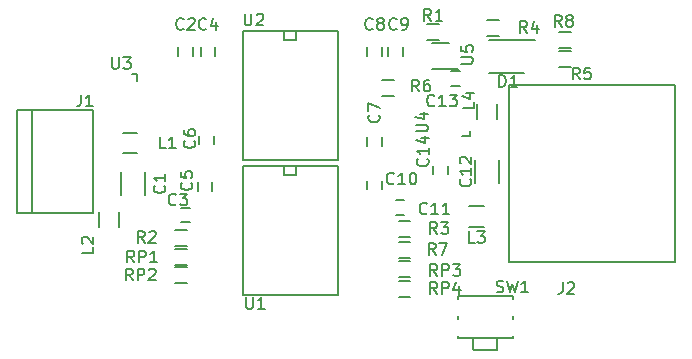
<source format=gto>
G04 #@! TF.FileFunction,Legend,Top*
%FSLAX46Y46*%
G04 Gerber Fmt 4.6, Leading zero omitted, Abs format (unit mm)*
G04 Created by KiCad (PCBNEW (after 2015-mar-04 BZR unknown)-product) date 15.06.2015 13:23:24*
%MOMM*%
G01*
G04 APERTURE LIST*
%ADD10C,0.100000*%
%ADD11C,0.150000*%
G04 APERTURE END LIST*
D10*
D11*
X118753000Y-105751000D02*
X119753000Y-105751000D01*
X119753000Y-107101000D02*
X118753000Y-107101000D01*
X125667000Y-110871000D02*
X139764000Y-110871000D01*
X139764000Y-125857000D02*
X125667000Y-125857000D01*
X125667000Y-110871000D02*
X125667000Y-125857000D01*
X139764000Y-110871000D02*
X139764000Y-125857000D01*
X103188000Y-117729000D02*
X111189000Y-117729000D01*
X111189000Y-128651000D02*
X103188000Y-128651000D01*
X111189000Y-117729000D02*
X111189000Y-128651000D01*
X103188000Y-128651000D02*
X103188000Y-117729000D01*
X107633000Y-117729000D02*
X107633000Y-118491000D01*
X107633000Y-118491000D02*
X106617000Y-118491000D01*
X106617000Y-118491000D02*
X106617000Y-117729000D01*
X103188000Y-106299000D02*
X111189000Y-106299000D01*
X111189000Y-117221000D02*
X103188000Y-117221000D01*
X111189000Y-106299000D02*
X111189000Y-117221000D01*
X103188000Y-117221000D02*
X103188000Y-106299000D01*
X107633000Y-106299000D02*
X107633000Y-107061000D01*
X107633000Y-107061000D02*
X106617000Y-107061000D01*
X106617000Y-107061000D02*
X106617000Y-106299000D01*
X98898000Y-107727000D02*
X98898000Y-108427000D01*
X97698000Y-108427000D02*
X97698000Y-107727000D01*
X98648000Y-122520000D02*
X97948000Y-122520000D01*
X97948000Y-121320000D02*
X98648000Y-121320000D01*
X100803000Y-107727000D02*
X100803000Y-108427000D01*
X99603000Y-108427000D02*
X99603000Y-107727000D01*
X100549000Y-119157000D02*
X100549000Y-119857000D01*
X99349000Y-119857000D02*
X99349000Y-119157000D01*
X100676000Y-115220000D02*
X100676000Y-115920000D01*
X99476000Y-115920000D02*
X99476000Y-115220000D01*
X114900000Y-115347000D02*
X114900000Y-116047000D01*
X113700000Y-116047000D02*
X113700000Y-115347000D01*
X114900000Y-107727000D02*
X114900000Y-108427000D01*
X113700000Y-108427000D02*
X113700000Y-107727000D01*
X97417000Y-123150000D02*
X98417000Y-123150000D01*
X98417000Y-124500000D02*
X97417000Y-124500000D01*
X116340000Y-122388000D02*
X117340000Y-122388000D01*
X117340000Y-123738000D02*
X116340000Y-123738000D01*
X123833000Y-105370000D02*
X124833000Y-105370000D01*
X124833000Y-106720000D02*
X123833000Y-106720000D01*
X129929000Y-108037000D02*
X130929000Y-108037000D01*
X130929000Y-109387000D02*
X129929000Y-109387000D01*
X114943000Y-110450000D02*
X115943000Y-110450000D01*
X115943000Y-111800000D02*
X114943000Y-111800000D01*
X117340000Y-125516000D02*
X116340000Y-125516000D01*
X116340000Y-124166000D02*
X117340000Y-124166000D01*
X129929000Y-106386000D02*
X130929000Y-106386000D01*
X130929000Y-107736000D02*
X129929000Y-107736000D01*
X121348500Y-130746500D02*
X121348500Y-130429000D01*
X126047500Y-130746500D02*
X126047500Y-130429000D01*
X126047500Y-132270500D02*
X126047500Y-132143500D01*
X121348500Y-132270500D02*
X121348500Y-132143500D01*
X121348500Y-129032000D02*
X121348500Y-128841500D01*
X126047500Y-128841500D02*
X126047500Y-129032000D01*
X122682000Y-133286500D02*
X122682000Y-132334000D01*
X124714000Y-133286500D02*
X124714000Y-132334000D01*
X122698000Y-133306000D02*
X124698000Y-133306000D01*
X121348000Y-128806000D02*
X126048000Y-128806000D01*
X121348000Y-132306000D02*
X126048000Y-132306000D01*
X116678000Y-107727000D02*
X116678000Y-108427000D01*
X115478000Y-108427000D02*
X115478000Y-107727000D01*
X114900000Y-119030000D02*
X114900000Y-119730000D01*
X113700000Y-119730000D02*
X113700000Y-119030000D01*
X116109000Y-120685000D02*
X116809000Y-120685000D01*
X116809000Y-121885000D02*
X116109000Y-121885000D01*
X120808000Y-109763000D02*
X121508000Y-109763000D01*
X121508000Y-110963000D02*
X120808000Y-110963000D01*
X126976000Y-109858000D02*
X123976000Y-109858000D01*
X127876000Y-107058000D02*
X123976000Y-107058000D01*
X94199000Y-116699000D02*
X92999000Y-116699000D01*
X92999000Y-114949000D02*
X94199000Y-114949000D01*
X90946000Y-122901000D02*
X90946000Y-121701000D01*
X92696000Y-121701000D02*
X92696000Y-122901000D01*
X123536000Y-122922000D02*
X122336000Y-122922000D01*
X122336000Y-121172000D02*
X123536000Y-121172000D01*
X122950000Y-113757000D02*
X122950000Y-112557000D01*
X124700000Y-112557000D02*
X124700000Y-113757000D01*
X97417000Y-124801000D02*
X98417000Y-124801000D01*
X98417000Y-126151000D02*
X97417000Y-126151000D01*
X97417000Y-126325000D02*
X98417000Y-126325000D01*
X98417000Y-127675000D02*
X97417000Y-127675000D01*
X116340000Y-125817000D02*
X117340000Y-125817000D01*
X117340000Y-127167000D02*
X116340000Y-127167000D01*
X116340000Y-127468000D02*
X117340000Y-127468000D01*
X117340000Y-128818000D02*
X116340000Y-128818000D01*
X94167960Y-110599220D02*
X94167960Y-109989620D01*
X94167960Y-109989620D02*
X93736160Y-109979460D01*
X121749820Y-115265200D02*
X122359420Y-115265200D01*
X122359420Y-115265200D02*
X122369580Y-114833400D01*
X120613000Y-107358000D02*
X119163000Y-107358000D01*
X121338000Y-109558000D02*
X119163000Y-109558000D01*
X84066540Y-113060600D02*
X84066540Y-121760600D01*
X90471540Y-113060600D02*
X90471540Y-121760600D01*
X90471540Y-121760600D02*
X84066540Y-121760600D01*
X85296540Y-121760600D02*
X85296540Y-113060600D01*
X84066540Y-113060600D02*
X90471540Y-113060600D01*
X94878000Y-120253000D02*
X94878000Y-118253000D01*
X92828000Y-118253000D02*
X92828000Y-120253000D01*
X122800000Y-117237000D02*
X122800000Y-119237000D01*
X124850000Y-119237000D02*
X124850000Y-117237000D01*
X119288000Y-118460000D02*
X119288000Y-117760000D01*
X120488000Y-117760000D02*
X120488000Y-118460000D01*
X119086334Y-105481381D02*
X118753000Y-105005190D01*
X118514905Y-105481381D02*
X118514905Y-104481381D01*
X118895858Y-104481381D01*
X118991096Y-104529000D01*
X119038715Y-104576619D01*
X119086334Y-104671857D01*
X119086334Y-104814714D01*
X119038715Y-104909952D01*
X118991096Y-104957571D01*
X118895858Y-105005190D01*
X118514905Y-105005190D01*
X120038715Y-105481381D02*
X119467286Y-105481381D01*
X119753000Y-105481381D02*
X119753000Y-104481381D01*
X119657762Y-104624238D01*
X119562524Y-104719476D01*
X119467286Y-104767095D01*
X130222667Y-127595381D02*
X130222667Y-128309667D01*
X130175047Y-128452524D01*
X130079809Y-128547762D01*
X129936952Y-128595381D01*
X129841714Y-128595381D01*
X130651238Y-127690619D02*
X130698857Y-127643000D01*
X130794095Y-127595381D01*
X131032191Y-127595381D01*
X131127429Y-127643000D01*
X131175048Y-127690619D01*
X131222667Y-127785857D01*
X131222667Y-127881095D01*
X131175048Y-128023952D01*
X130603619Y-128595381D01*
X131222667Y-128595381D01*
X103442095Y-128865381D02*
X103442095Y-129674905D01*
X103489714Y-129770143D01*
X103537333Y-129817762D01*
X103632571Y-129865381D01*
X103823048Y-129865381D01*
X103918286Y-129817762D01*
X103965905Y-129770143D01*
X104013524Y-129674905D01*
X104013524Y-128865381D01*
X105013524Y-129865381D02*
X104442095Y-129865381D01*
X104727809Y-129865381D02*
X104727809Y-128865381D01*
X104632571Y-129008238D01*
X104537333Y-129103476D01*
X104442095Y-129151095D01*
X103315095Y-104862381D02*
X103315095Y-105671905D01*
X103362714Y-105767143D01*
X103410333Y-105814762D01*
X103505571Y-105862381D01*
X103696048Y-105862381D01*
X103791286Y-105814762D01*
X103838905Y-105767143D01*
X103886524Y-105671905D01*
X103886524Y-104862381D01*
X104315095Y-104957619D02*
X104362714Y-104910000D01*
X104457952Y-104862381D01*
X104696048Y-104862381D01*
X104791286Y-104910000D01*
X104838905Y-104957619D01*
X104886524Y-105052857D01*
X104886524Y-105148095D01*
X104838905Y-105290952D01*
X104267476Y-105862381D01*
X104886524Y-105862381D01*
X98131334Y-106148143D02*
X98083715Y-106195762D01*
X97940858Y-106243381D01*
X97845620Y-106243381D01*
X97702762Y-106195762D01*
X97607524Y-106100524D01*
X97559905Y-106005286D01*
X97512286Y-105814810D01*
X97512286Y-105671952D01*
X97559905Y-105481476D01*
X97607524Y-105386238D01*
X97702762Y-105291000D01*
X97845620Y-105243381D01*
X97940858Y-105243381D01*
X98083715Y-105291000D01*
X98131334Y-105338619D01*
X98512286Y-105338619D02*
X98559905Y-105291000D01*
X98655143Y-105243381D01*
X98893239Y-105243381D01*
X98988477Y-105291000D01*
X99036096Y-105338619D01*
X99083715Y-105433857D01*
X99083715Y-105529095D01*
X99036096Y-105671952D01*
X98464667Y-106243381D01*
X99083715Y-106243381D01*
X97496334Y-121007143D02*
X97448715Y-121054762D01*
X97305858Y-121102381D01*
X97210620Y-121102381D01*
X97067762Y-121054762D01*
X96972524Y-120959524D01*
X96924905Y-120864286D01*
X96877286Y-120673810D01*
X96877286Y-120530952D01*
X96924905Y-120340476D01*
X96972524Y-120245238D01*
X97067762Y-120150000D01*
X97210620Y-120102381D01*
X97305858Y-120102381D01*
X97448715Y-120150000D01*
X97496334Y-120197619D01*
X97829667Y-120102381D02*
X98448715Y-120102381D01*
X98115381Y-120483333D01*
X98258239Y-120483333D01*
X98353477Y-120530952D01*
X98401096Y-120578571D01*
X98448715Y-120673810D01*
X98448715Y-120911905D01*
X98401096Y-121007143D01*
X98353477Y-121054762D01*
X98258239Y-121102381D01*
X97972524Y-121102381D01*
X97877286Y-121054762D01*
X97829667Y-121007143D01*
X100036334Y-106148143D02*
X99988715Y-106195762D01*
X99845858Y-106243381D01*
X99750620Y-106243381D01*
X99607762Y-106195762D01*
X99512524Y-106100524D01*
X99464905Y-106005286D01*
X99417286Y-105814810D01*
X99417286Y-105671952D01*
X99464905Y-105481476D01*
X99512524Y-105386238D01*
X99607762Y-105291000D01*
X99750620Y-105243381D01*
X99845858Y-105243381D01*
X99988715Y-105291000D01*
X100036334Y-105338619D01*
X100893477Y-105576714D02*
X100893477Y-106243381D01*
X100655381Y-105195762D02*
X100417286Y-105910048D01*
X101036334Y-105910048D01*
X98782143Y-119165666D02*
X98829762Y-119213285D01*
X98877381Y-119356142D01*
X98877381Y-119451380D01*
X98829762Y-119594238D01*
X98734524Y-119689476D01*
X98639286Y-119737095D01*
X98448810Y-119784714D01*
X98305952Y-119784714D01*
X98115476Y-119737095D01*
X98020238Y-119689476D01*
X97925000Y-119594238D01*
X97877381Y-119451380D01*
X97877381Y-119356142D01*
X97925000Y-119213285D01*
X97972619Y-119165666D01*
X97877381Y-118260904D02*
X97877381Y-118737095D01*
X98353571Y-118784714D01*
X98305952Y-118737095D01*
X98258333Y-118641857D01*
X98258333Y-118403761D01*
X98305952Y-118308523D01*
X98353571Y-118260904D01*
X98448810Y-118213285D01*
X98686905Y-118213285D01*
X98782143Y-118260904D01*
X98829762Y-118308523D01*
X98877381Y-118403761D01*
X98877381Y-118641857D01*
X98829762Y-118737095D01*
X98782143Y-118784714D01*
X99036143Y-115609666D02*
X99083762Y-115657285D01*
X99131381Y-115800142D01*
X99131381Y-115895380D01*
X99083762Y-116038238D01*
X98988524Y-116133476D01*
X98893286Y-116181095D01*
X98702810Y-116228714D01*
X98559952Y-116228714D01*
X98369476Y-116181095D01*
X98274238Y-116133476D01*
X98179000Y-116038238D01*
X98131381Y-115895380D01*
X98131381Y-115800142D01*
X98179000Y-115657285D01*
X98226619Y-115609666D01*
X98131381Y-114752523D02*
X98131381Y-114943000D01*
X98179000Y-115038238D01*
X98226619Y-115085857D01*
X98369476Y-115181095D01*
X98559952Y-115228714D01*
X98940905Y-115228714D01*
X99036143Y-115181095D01*
X99083762Y-115133476D01*
X99131381Y-115038238D01*
X99131381Y-114847761D01*
X99083762Y-114752523D01*
X99036143Y-114704904D01*
X98940905Y-114657285D01*
X98702810Y-114657285D01*
X98607571Y-114704904D01*
X98559952Y-114752523D01*
X98512333Y-114847761D01*
X98512333Y-115038238D01*
X98559952Y-115133476D01*
X98607571Y-115181095D01*
X98702810Y-115228714D01*
X114657143Y-113450666D02*
X114704762Y-113498285D01*
X114752381Y-113641142D01*
X114752381Y-113736380D01*
X114704762Y-113879238D01*
X114609524Y-113974476D01*
X114514286Y-114022095D01*
X114323810Y-114069714D01*
X114180952Y-114069714D01*
X113990476Y-114022095D01*
X113895238Y-113974476D01*
X113800000Y-113879238D01*
X113752381Y-113736380D01*
X113752381Y-113641142D01*
X113800000Y-113498285D01*
X113847619Y-113450666D01*
X113752381Y-113117333D02*
X113752381Y-112450666D01*
X114752381Y-112879238D01*
X114133334Y-106148143D02*
X114085715Y-106195762D01*
X113942858Y-106243381D01*
X113847620Y-106243381D01*
X113704762Y-106195762D01*
X113609524Y-106100524D01*
X113561905Y-106005286D01*
X113514286Y-105814810D01*
X113514286Y-105671952D01*
X113561905Y-105481476D01*
X113609524Y-105386238D01*
X113704762Y-105291000D01*
X113847620Y-105243381D01*
X113942858Y-105243381D01*
X114085715Y-105291000D01*
X114133334Y-105338619D01*
X114704762Y-105671952D02*
X114609524Y-105624333D01*
X114561905Y-105576714D01*
X114514286Y-105481476D01*
X114514286Y-105433857D01*
X114561905Y-105338619D01*
X114609524Y-105291000D01*
X114704762Y-105243381D01*
X114895239Y-105243381D01*
X114990477Y-105291000D01*
X115038096Y-105338619D01*
X115085715Y-105433857D01*
X115085715Y-105481476D01*
X115038096Y-105576714D01*
X114990477Y-105624333D01*
X114895239Y-105671952D01*
X114704762Y-105671952D01*
X114609524Y-105719571D01*
X114561905Y-105767190D01*
X114514286Y-105862429D01*
X114514286Y-106052905D01*
X114561905Y-106148143D01*
X114609524Y-106195762D01*
X114704762Y-106243381D01*
X114895239Y-106243381D01*
X114990477Y-106195762D01*
X115038096Y-106148143D01*
X115085715Y-106052905D01*
X115085715Y-105862429D01*
X115038096Y-105767190D01*
X114990477Y-105719571D01*
X114895239Y-105671952D01*
X94829334Y-124277381D02*
X94496000Y-123801190D01*
X94257905Y-124277381D02*
X94257905Y-123277381D01*
X94638858Y-123277381D01*
X94734096Y-123325000D01*
X94781715Y-123372619D01*
X94829334Y-123467857D01*
X94829334Y-123610714D01*
X94781715Y-123705952D01*
X94734096Y-123753571D01*
X94638858Y-123801190D01*
X94257905Y-123801190D01*
X95210286Y-123372619D02*
X95257905Y-123325000D01*
X95353143Y-123277381D01*
X95591239Y-123277381D01*
X95686477Y-123325000D01*
X95734096Y-123372619D01*
X95781715Y-123467857D01*
X95781715Y-123563095D01*
X95734096Y-123705952D01*
X95162667Y-124277381D01*
X95781715Y-124277381D01*
X119594334Y-123515381D02*
X119261000Y-123039190D01*
X119022905Y-123515381D02*
X119022905Y-122515381D01*
X119403858Y-122515381D01*
X119499096Y-122563000D01*
X119546715Y-122610619D01*
X119594334Y-122705857D01*
X119594334Y-122848714D01*
X119546715Y-122943952D01*
X119499096Y-122991571D01*
X119403858Y-123039190D01*
X119022905Y-123039190D01*
X119927667Y-122515381D02*
X120546715Y-122515381D01*
X120213381Y-122896333D01*
X120356239Y-122896333D01*
X120451477Y-122943952D01*
X120499096Y-122991571D01*
X120546715Y-123086810D01*
X120546715Y-123324905D01*
X120499096Y-123420143D01*
X120451477Y-123467762D01*
X120356239Y-123515381D01*
X120070524Y-123515381D01*
X119975286Y-123467762D01*
X119927667Y-123420143D01*
X127214334Y-106497381D02*
X126881000Y-106021190D01*
X126642905Y-106497381D02*
X126642905Y-105497381D01*
X127023858Y-105497381D01*
X127119096Y-105545000D01*
X127166715Y-105592619D01*
X127214334Y-105687857D01*
X127214334Y-105830714D01*
X127166715Y-105925952D01*
X127119096Y-105973571D01*
X127023858Y-106021190D01*
X126642905Y-106021190D01*
X128071477Y-105830714D02*
X128071477Y-106497381D01*
X127833381Y-105449762D02*
X127595286Y-106164048D01*
X128214334Y-106164048D01*
X131659334Y-110434381D02*
X131326000Y-109958190D01*
X131087905Y-110434381D02*
X131087905Y-109434381D01*
X131468858Y-109434381D01*
X131564096Y-109482000D01*
X131611715Y-109529619D01*
X131659334Y-109624857D01*
X131659334Y-109767714D01*
X131611715Y-109862952D01*
X131564096Y-109910571D01*
X131468858Y-109958190D01*
X131087905Y-109958190D01*
X132564096Y-109434381D02*
X132087905Y-109434381D01*
X132040286Y-109910571D01*
X132087905Y-109862952D01*
X132183143Y-109815333D01*
X132421239Y-109815333D01*
X132516477Y-109862952D01*
X132564096Y-109910571D01*
X132611715Y-110005810D01*
X132611715Y-110243905D01*
X132564096Y-110339143D01*
X132516477Y-110386762D01*
X132421239Y-110434381D01*
X132183143Y-110434381D01*
X132087905Y-110386762D01*
X132040286Y-110339143D01*
X118070334Y-111450381D02*
X117737000Y-110974190D01*
X117498905Y-111450381D02*
X117498905Y-110450381D01*
X117879858Y-110450381D01*
X117975096Y-110498000D01*
X118022715Y-110545619D01*
X118070334Y-110640857D01*
X118070334Y-110783714D01*
X118022715Y-110878952D01*
X117975096Y-110926571D01*
X117879858Y-110974190D01*
X117498905Y-110974190D01*
X118927477Y-110450381D02*
X118737000Y-110450381D01*
X118641762Y-110498000D01*
X118594143Y-110545619D01*
X118498905Y-110688476D01*
X118451286Y-110878952D01*
X118451286Y-111259905D01*
X118498905Y-111355143D01*
X118546524Y-111402762D01*
X118641762Y-111450381D01*
X118832239Y-111450381D01*
X118927477Y-111402762D01*
X118975096Y-111355143D01*
X119022715Y-111259905D01*
X119022715Y-111021810D01*
X118975096Y-110926571D01*
X118927477Y-110878952D01*
X118832239Y-110831333D01*
X118641762Y-110831333D01*
X118546524Y-110878952D01*
X118498905Y-110926571D01*
X118451286Y-111021810D01*
X119467334Y-125293381D02*
X119134000Y-124817190D01*
X118895905Y-125293381D02*
X118895905Y-124293381D01*
X119276858Y-124293381D01*
X119372096Y-124341000D01*
X119419715Y-124388619D01*
X119467334Y-124483857D01*
X119467334Y-124626714D01*
X119419715Y-124721952D01*
X119372096Y-124769571D01*
X119276858Y-124817190D01*
X118895905Y-124817190D01*
X119800667Y-124293381D02*
X120467334Y-124293381D01*
X120038762Y-125293381D01*
X130135334Y-105989381D02*
X129802000Y-105513190D01*
X129563905Y-105989381D02*
X129563905Y-104989381D01*
X129944858Y-104989381D01*
X130040096Y-105037000D01*
X130087715Y-105084619D01*
X130135334Y-105179857D01*
X130135334Y-105322714D01*
X130087715Y-105417952D01*
X130040096Y-105465571D01*
X129944858Y-105513190D01*
X129563905Y-105513190D01*
X130706762Y-105417952D02*
X130611524Y-105370333D01*
X130563905Y-105322714D01*
X130516286Y-105227476D01*
X130516286Y-105179857D01*
X130563905Y-105084619D01*
X130611524Y-105037000D01*
X130706762Y-104989381D01*
X130897239Y-104989381D01*
X130992477Y-105037000D01*
X131040096Y-105084619D01*
X131087715Y-105179857D01*
X131087715Y-105227476D01*
X131040096Y-105322714D01*
X130992477Y-105370333D01*
X130897239Y-105417952D01*
X130706762Y-105417952D01*
X130611524Y-105465571D01*
X130563905Y-105513190D01*
X130516286Y-105608429D01*
X130516286Y-105798905D01*
X130563905Y-105894143D01*
X130611524Y-105941762D01*
X130706762Y-105989381D01*
X130897239Y-105989381D01*
X130992477Y-105941762D01*
X131040096Y-105894143D01*
X131087715Y-105798905D01*
X131087715Y-105608429D01*
X131040096Y-105513190D01*
X130992477Y-105465571D01*
X130897239Y-105417952D01*
X124650667Y-128420762D02*
X124793524Y-128468381D01*
X125031620Y-128468381D01*
X125126858Y-128420762D01*
X125174477Y-128373143D01*
X125222096Y-128277905D01*
X125222096Y-128182667D01*
X125174477Y-128087429D01*
X125126858Y-128039810D01*
X125031620Y-127992190D01*
X124841143Y-127944571D01*
X124745905Y-127896952D01*
X124698286Y-127849333D01*
X124650667Y-127754095D01*
X124650667Y-127658857D01*
X124698286Y-127563619D01*
X124745905Y-127516000D01*
X124841143Y-127468381D01*
X125079239Y-127468381D01*
X125222096Y-127516000D01*
X125555429Y-127468381D02*
X125793524Y-128468381D01*
X125984001Y-127754095D01*
X126174477Y-128468381D01*
X126412572Y-127468381D01*
X127317334Y-128468381D02*
X126745905Y-128468381D01*
X127031619Y-128468381D02*
X127031619Y-127468381D01*
X126936381Y-127611238D01*
X126841143Y-127706476D01*
X126745905Y-127754095D01*
X116165334Y-106148143D02*
X116117715Y-106195762D01*
X115974858Y-106243381D01*
X115879620Y-106243381D01*
X115736762Y-106195762D01*
X115641524Y-106100524D01*
X115593905Y-106005286D01*
X115546286Y-105814810D01*
X115546286Y-105671952D01*
X115593905Y-105481476D01*
X115641524Y-105386238D01*
X115736762Y-105291000D01*
X115879620Y-105243381D01*
X115974858Y-105243381D01*
X116117715Y-105291000D01*
X116165334Y-105338619D01*
X116641524Y-106243381D02*
X116832000Y-106243381D01*
X116927239Y-106195762D01*
X116974858Y-106148143D01*
X117070096Y-106005286D01*
X117117715Y-105814810D01*
X117117715Y-105433857D01*
X117070096Y-105338619D01*
X117022477Y-105291000D01*
X116927239Y-105243381D01*
X116736762Y-105243381D01*
X116641524Y-105291000D01*
X116593905Y-105338619D01*
X116546286Y-105433857D01*
X116546286Y-105671952D01*
X116593905Y-105767190D01*
X116641524Y-105814810D01*
X116736762Y-105862429D01*
X116927239Y-105862429D01*
X117022477Y-105814810D01*
X117070096Y-105767190D01*
X117117715Y-105671952D01*
X115943143Y-119229143D02*
X115895524Y-119276762D01*
X115752667Y-119324381D01*
X115657429Y-119324381D01*
X115514571Y-119276762D01*
X115419333Y-119181524D01*
X115371714Y-119086286D01*
X115324095Y-118895810D01*
X115324095Y-118752952D01*
X115371714Y-118562476D01*
X115419333Y-118467238D01*
X115514571Y-118372000D01*
X115657429Y-118324381D01*
X115752667Y-118324381D01*
X115895524Y-118372000D01*
X115943143Y-118419619D01*
X116895524Y-119324381D02*
X116324095Y-119324381D01*
X116609809Y-119324381D02*
X116609809Y-118324381D01*
X116514571Y-118467238D01*
X116419333Y-118562476D01*
X116324095Y-118610095D01*
X117514571Y-118324381D02*
X117609810Y-118324381D01*
X117705048Y-118372000D01*
X117752667Y-118419619D01*
X117800286Y-118514857D01*
X117847905Y-118705333D01*
X117847905Y-118943429D01*
X117800286Y-119133905D01*
X117752667Y-119229143D01*
X117705048Y-119276762D01*
X117609810Y-119324381D01*
X117514571Y-119324381D01*
X117419333Y-119276762D01*
X117371714Y-119229143D01*
X117324095Y-119133905D01*
X117276476Y-118943429D01*
X117276476Y-118705333D01*
X117324095Y-118514857D01*
X117371714Y-118419619D01*
X117419333Y-118372000D01*
X117514571Y-118324381D01*
X118737143Y-121769143D02*
X118689524Y-121816762D01*
X118546667Y-121864381D01*
X118451429Y-121864381D01*
X118308571Y-121816762D01*
X118213333Y-121721524D01*
X118165714Y-121626286D01*
X118118095Y-121435810D01*
X118118095Y-121292952D01*
X118165714Y-121102476D01*
X118213333Y-121007238D01*
X118308571Y-120912000D01*
X118451429Y-120864381D01*
X118546667Y-120864381D01*
X118689524Y-120912000D01*
X118737143Y-120959619D01*
X119689524Y-121864381D02*
X119118095Y-121864381D01*
X119403809Y-121864381D02*
X119403809Y-120864381D01*
X119308571Y-121007238D01*
X119213333Y-121102476D01*
X119118095Y-121150095D01*
X120641905Y-121864381D02*
X120070476Y-121864381D01*
X120356190Y-121864381D02*
X120356190Y-120864381D01*
X120260952Y-121007238D01*
X120165714Y-121102476D01*
X120070476Y-121150095D01*
X119372143Y-112625143D02*
X119324524Y-112672762D01*
X119181667Y-112720381D01*
X119086429Y-112720381D01*
X118943571Y-112672762D01*
X118848333Y-112577524D01*
X118800714Y-112482286D01*
X118753095Y-112291810D01*
X118753095Y-112148952D01*
X118800714Y-111958476D01*
X118848333Y-111863238D01*
X118943571Y-111768000D01*
X119086429Y-111720381D01*
X119181667Y-111720381D01*
X119324524Y-111768000D01*
X119372143Y-111815619D01*
X120324524Y-112720381D02*
X119753095Y-112720381D01*
X120038809Y-112720381D02*
X120038809Y-111720381D01*
X119943571Y-111863238D01*
X119848333Y-111958476D01*
X119753095Y-112006095D01*
X120657857Y-111720381D02*
X121276905Y-111720381D01*
X120943571Y-112101333D01*
X121086429Y-112101333D01*
X121181667Y-112148952D01*
X121229286Y-112196571D01*
X121276905Y-112291810D01*
X121276905Y-112529905D01*
X121229286Y-112625143D01*
X121181667Y-112672762D01*
X121086429Y-112720381D01*
X120800714Y-112720381D01*
X120705476Y-112672762D01*
X120657857Y-112625143D01*
X124864905Y-111069381D02*
X124864905Y-110069381D01*
X125103000Y-110069381D01*
X125245858Y-110117000D01*
X125341096Y-110212238D01*
X125388715Y-110307476D01*
X125436334Y-110497952D01*
X125436334Y-110640810D01*
X125388715Y-110831286D01*
X125341096Y-110926524D01*
X125245858Y-111021762D01*
X125103000Y-111069381D01*
X124864905Y-111069381D01*
X126388715Y-111069381D02*
X125817286Y-111069381D01*
X126103000Y-111069381D02*
X126103000Y-110069381D01*
X126007762Y-110212238D01*
X125912524Y-110307476D01*
X125817286Y-110355095D01*
X96607334Y-116276381D02*
X96131143Y-116276381D01*
X96131143Y-115276381D01*
X97464477Y-116276381D02*
X96893048Y-116276381D01*
X97178762Y-116276381D02*
X97178762Y-115276381D01*
X97083524Y-115419238D01*
X96988286Y-115514476D01*
X96893048Y-115562095D01*
X90495381Y-124626666D02*
X90495381Y-125102857D01*
X89495381Y-125102857D01*
X89590619Y-124340952D02*
X89543000Y-124293333D01*
X89495381Y-124198095D01*
X89495381Y-123959999D01*
X89543000Y-123864761D01*
X89590619Y-123817142D01*
X89685857Y-123769523D01*
X89781095Y-123769523D01*
X89923952Y-123817142D01*
X90495381Y-124388571D01*
X90495381Y-123769523D01*
X122769334Y-124277381D02*
X122293143Y-124277381D01*
X122293143Y-123277381D01*
X123007429Y-123277381D02*
X123626477Y-123277381D01*
X123293143Y-123658333D01*
X123436001Y-123658333D01*
X123531239Y-123705952D01*
X123578858Y-123753571D01*
X123626477Y-123848810D01*
X123626477Y-124086905D01*
X123578858Y-124182143D01*
X123531239Y-124229762D01*
X123436001Y-124277381D01*
X123150286Y-124277381D01*
X123055048Y-124229762D01*
X123007429Y-124182143D01*
X122753381Y-112371166D02*
X122753381Y-112847357D01*
X121753381Y-112847357D01*
X122086714Y-111609261D02*
X122753381Y-111609261D01*
X121705762Y-111847357D02*
X122420048Y-112085452D01*
X122420048Y-111466404D01*
X93948334Y-125928381D02*
X93615000Y-125452190D01*
X93376905Y-125928381D02*
X93376905Y-124928381D01*
X93757858Y-124928381D01*
X93853096Y-124976000D01*
X93900715Y-125023619D01*
X93948334Y-125118857D01*
X93948334Y-125261714D01*
X93900715Y-125356952D01*
X93853096Y-125404571D01*
X93757858Y-125452190D01*
X93376905Y-125452190D01*
X94376905Y-125928381D02*
X94376905Y-124928381D01*
X94757858Y-124928381D01*
X94853096Y-124976000D01*
X94900715Y-125023619D01*
X94948334Y-125118857D01*
X94948334Y-125261714D01*
X94900715Y-125356952D01*
X94853096Y-125404571D01*
X94757858Y-125452190D01*
X94376905Y-125452190D01*
X95900715Y-125928381D02*
X95329286Y-125928381D01*
X95615000Y-125928381D02*
X95615000Y-124928381D01*
X95519762Y-125071238D01*
X95424524Y-125166476D01*
X95329286Y-125214095D01*
X93821334Y-127452381D02*
X93488000Y-126976190D01*
X93249905Y-127452381D02*
X93249905Y-126452381D01*
X93630858Y-126452381D01*
X93726096Y-126500000D01*
X93773715Y-126547619D01*
X93821334Y-126642857D01*
X93821334Y-126785714D01*
X93773715Y-126880952D01*
X93726096Y-126928571D01*
X93630858Y-126976190D01*
X93249905Y-126976190D01*
X94249905Y-127452381D02*
X94249905Y-126452381D01*
X94630858Y-126452381D01*
X94726096Y-126500000D01*
X94773715Y-126547619D01*
X94821334Y-126642857D01*
X94821334Y-126785714D01*
X94773715Y-126880952D01*
X94726096Y-126928571D01*
X94630858Y-126976190D01*
X94249905Y-126976190D01*
X95202286Y-126547619D02*
X95249905Y-126500000D01*
X95345143Y-126452381D01*
X95583239Y-126452381D01*
X95678477Y-126500000D01*
X95726096Y-126547619D01*
X95773715Y-126642857D01*
X95773715Y-126738095D01*
X95726096Y-126880952D01*
X95154667Y-127452381D01*
X95773715Y-127452381D01*
X119602334Y-127071381D02*
X119269000Y-126595190D01*
X119030905Y-127071381D02*
X119030905Y-126071381D01*
X119411858Y-126071381D01*
X119507096Y-126119000D01*
X119554715Y-126166619D01*
X119602334Y-126261857D01*
X119602334Y-126404714D01*
X119554715Y-126499952D01*
X119507096Y-126547571D01*
X119411858Y-126595190D01*
X119030905Y-126595190D01*
X120030905Y-127071381D02*
X120030905Y-126071381D01*
X120411858Y-126071381D01*
X120507096Y-126119000D01*
X120554715Y-126166619D01*
X120602334Y-126261857D01*
X120602334Y-126404714D01*
X120554715Y-126499952D01*
X120507096Y-126547571D01*
X120411858Y-126595190D01*
X120030905Y-126595190D01*
X120935667Y-126071381D02*
X121554715Y-126071381D01*
X121221381Y-126452333D01*
X121364239Y-126452333D01*
X121459477Y-126499952D01*
X121507096Y-126547571D01*
X121554715Y-126642810D01*
X121554715Y-126880905D01*
X121507096Y-126976143D01*
X121459477Y-127023762D01*
X121364239Y-127071381D01*
X121078524Y-127071381D01*
X120983286Y-127023762D01*
X120935667Y-126976143D01*
X119602334Y-128595381D02*
X119269000Y-128119190D01*
X119030905Y-128595381D02*
X119030905Y-127595381D01*
X119411858Y-127595381D01*
X119507096Y-127643000D01*
X119554715Y-127690619D01*
X119602334Y-127785857D01*
X119602334Y-127928714D01*
X119554715Y-128023952D01*
X119507096Y-128071571D01*
X119411858Y-128119190D01*
X119030905Y-128119190D01*
X120030905Y-128595381D02*
X120030905Y-127595381D01*
X120411858Y-127595381D01*
X120507096Y-127643000D01*
X120554715Y-127690619D01*
X120602334Y-127785857D01*
X120602334Y-127928714D01*
X120554715Y-128023952D01*
X120507096Y-128071571D01*
X120411858Y-128119190D01*
X120030905Y-128119190D01*
X121459477Y-127928714D02*
X121459477Y-128595381D01*
X121221381Y-127547762D02*
X120983286Y-128262048D01*
X121602334Y-128262048D01*
X92075095Y-108545381D02*
X92075095Y-109354905D01*
X92122714Y-109450143D01*
X92170333Y-109497762D01*
X92265571Y-109545381D01*
X92456048Y-109545381D01*
X92551286Y-109497762D01*
X92598905Y-109450143D01*
X92646524Y-109354905D01*
X92646524Y-108545381D01*
X93027476Y-108545381D02*
X93646524Y-108545381D01*
X93313190Y-108926333D01*
X93456048Y-108926333D01*
X93551286Y-108973952D01*
X93598905Y-109021571D01*
X93646524Y-109116810D01*
X93646524Y-109354905D01*
X93598905Y-109450143D01*
X93551286Y-109497762D01*
X93456048Y-109545381D01*
X93170333Y-109545381D01*
X93075095Y-109497762D01*
X93027476Y-109450143D01*
X117818421Y-114823145D02*
X118627945Y-114823145D01*
X118723183Y-114775526D01*
X118770802Y-114727907D01*
X118818421Y-114632669D01*
X118818421Y-114442192D01*
X118770802Y-114346954D01*
X118723183Y-114299335D01*
X118627945Y-114251716D01*
X117818421Y-114251716D01*
X118151754Y-113346954D02*
X118818421Y-113346954D01*
X117770802Y-113585050D02*
X118485088Y-113823145D01*
X118485088Y-113204097D01*
X121626381Y-109092905D02*
X122435905Y-109092905D01*
X122531143Y-109045286D01*
X122578762Y-108997667D01*
X122626381Y-108902429D01*
X122626381Y-108711952D01*
X122578762Y-108616714D01*
X122531143Y-108569095D01*
X122435905Y-108521476D01*
X121626381Y-108521476D01*
X121626381Y-107569095D02*
X121626381Y-108045286D01*
X122102571Y-108092905D01*
X122054952Y-108045286D01*
X122007333Y-107950048D01*
X122007333Y-107711952D01*
X122054952Y-107616714D01*
X122102571Y-107569095D01*
X122197810Y-107521476D01*
X122435905Y-107521476D01*
X122531143Y-107569095D01*
X122578762Y-107616714D01*
X122626381Y-107711952D01*
X122626381Y-107950048D01*
X122578762Y-108045286D01*
X122531143Y-108092905D01*
X89455667Y-111720381D02*
X89455667Y-112434667D01*
X89408047Y-112577524D01*
X89312809Y-112672762D01*
X89169952Y-112720381D01*
X89074714Y-112720381D01*
X90455667Y-112720381D02*
X89884238Y-112720381D01*
X90169952Y-112720381D02*
X90169952Y-111720381D01*
X90074714Y-111863238D01*
X89979476Y-111958476D01*
X89884238Y-112006095D01*
X96510143Y-119419666D02*
X96557762Y-119467285D01*
X96605381Y-119610142D01*
X96605381Y-119705380D01*
X96557762Y-119848238D01*
X96462524Y-119943476D01*
X96367286Y-119991095D01*
X96176810Y-120038714D01*
X96033952Y-120038714D01*
X95843476Y-119991095D01*
X95748238Y-119943476D01*
X95653000Y-119848238D01*
X95605381Y-119705380D01*
X95605381Y-119610142D01*
X95653000Y-119467285D01*
X95700619Y-119419666D01*
X96605381Y-118467285D02*
X96605381Y-119038714D01*
X96605381Y-118753000D02*
X95605381Y-118753000D01*
X95748238Y-118848238D01*
X95843476Y-118943476D01*
X95891095Y-119038714D01*
X122404143Y-118879857D02*
X122451762Y-118927476D01*
X122499381Y-119070333D01*
X122499381Y-119165571D01*
X122451762Y-119308429D01*
X122356524Y-119403667D01*
X122261286Y-119451286D01*
X122070810Y-119498905D01*
X121927952Y-119498905D01*
X121737476Y-119451286D01*
X121642238Y-119403667D01*
X121547000Y-119308429D01*
X121499381Y-119165571D01*
X121499381Y-119070333D01*
X121547000Y-118927476D01*
X121594619Y-118879857D01*
X122499381Y-117927476D02*
X122499381Y-118498905D01*
X122499381Y-118213191D02*
X121499381Y-118213191D01*
X121642238Y-118308429D01*
X121737476Y-118403667D01*
X121785095Y-118498905D01*
X121594619Y-117546524D02*
X121547000Y-117498905D01*
X121499381Y-117403667D01*
X121499381Y-117165571D01*
X121547000Y-117070333D01*
X121594619Y-117022714D01*
X121689857Y-116975095D01*
X121785095Y-116975095D01*
X121927952Y-117022714D01*
X122499381Y-117594143D01*
X122499381Y-116975095D01*
X118784643Y-117165357D02*
X118832262Y-117212976D01*
X118879881Y-117355833D01*
X118879881Y-117451071D01*
X118832262Y-117593929D01*
X118737024Y-117689167D01*
X118641786Y-117736786D01*
X118451310Y-117784405D01*
X118308452Y-117784405D01*
X118117976Y-117736786D01*
X118022738Y-117689167D01*
X117927500Y-117593929D01*
X117879881Y-117451071D01*
X117879881Y-117355833D01*
X117927500Y-117212976D01*
X117975119Y-117165357D01*
X118879881Y-116212976D02*
X118879881Y-116784405D01*
X118879881Y-116498691D02*
X117879881Y-116498691D01*
X118022738Y-116593929D01*
X118117976Y-116689167D01*
X118165595Y-116784405D01*
X118213214Y-115355833D02*
X118879881Y-115355833D01*
X117832262Y-115593929D02*
X118546548Y-115832024D01*
X118546548Y-115212976D01*
M02*

</source>
